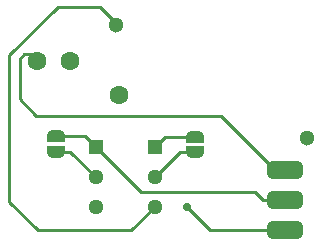
<source format=gbr>
G04 #@! TF.GenerationSoftware,KiCad,Pcbnew,(6.0.6-0)*
G04 #@! TF.CreationDate,2022-09-13T12:01:24-04:00*
G04 #@! TF.ProjectId,DA-15 Board,44412d31-3520-4426-9f61-72642e6b6963,1*
G04 #@! TF.SameCoordinates,Original*
G04 #@! TF.FileFunction,Copper,L1,Top*
G04 #@! TF.FilePolarity,Positive*
%FSLAX46Y46*%
G04 Gerber Fmt 4.6, Leading zero omitted, Abs format (unit mm)*
G04 Created by KiCad (PCBNEW (6.0.6-0)) date 2022-09-13 12:01:24*
%MOMM*%
%LPD*%
G01*
G04 APERTURE LIST*
G04 Aperture macros list*
%AMRoundRect*
0 Rectangle with rounded corners*
0 $1 Rounding radius*
0 $2 $3 $4 $5 $6 $7 $8 $9 X,Y pos of 4 corners*
0 Add a 4 corners polygon primitive as box body*
4,1,4,$2,$3,$4,$5,$6,$7,$8,$9,$2,$3,0*
0 Add four circle primitives for the rounded corners*
1,1,$1+$1,$2,$3*
1,1,$1+$1,$4,$5*
1,1,$1+$1,$6,$7*
1,1,$1+$1,$8,$9*
0 Add four rect primitives between the rounded corners*
20,1,$1+$1,$2,$3,$4,$5,0*
20,1,$1+$1,$4,$5,$6,$7,0*
20,1,$1+$1,$6,$7,$8,$9,0*
20,1,$1+$1,$8,$9,$2,$3,0*%
%AMFreePoly0*
4,1,22,0.500000,-0.750000,0.000000,-0.750000,0.000000,-0.745033,-0.079941,-0.743568,-0.215256,-0.701293,-0.333266,-0.622738,-0.424486,-0.514219,-0.481581,-0.384460,-0.499164,-0.250000,-0.500000,-0.250000,-0.500000,0.250000,-0.499164,0.250000,-0.499963,0.256109,-0.478152,0.396186,-0.417904,0.524511,-0.324060,0.630769,-0.204165,0.706417,-0.067858,0.745374,0.000000,0.744959,0.000000,0.750000,
0.500000,0.750000,0.500000,-0.750000,0.500000,-0.750000,$1*%
%AMFreePoly1*
4,1,20,0.000000,0.744959,0.073905,0.744508,0.209726,0.703889,0.328688,0.626782,0.421226,0.519385,0.479903,0.390333,0.500000,0.250000,0.500000,-0.250000,0.499851,-0.262216,0.476331,-0.402017,0.414519,-0.529596,0.319384,-0.634700,0.198574,-0.708877,0.061801,-0.746166,0.000000,-0.745033,0.000000,-0.750000,-0.500000,-0.750000,-0.500000,0.750000,0.000000,0.750000,0.000000,0.744959,
0.000000,0.744959,$1*%
G04 Aperture macros list end*
G04 #@! TA.AperFunction,SMDPad,CuDef*
%ADD10FreePoly0,270.000000*%
G04 #@! TD*
G04 #@! TA.AperFunction,SMDPad,CuDef*
%ADD11FreePoly1,270.000000*%
G04 #@! TD*
G04 #@! TA.AperFunction,SMDPad,CuDef*
%ADD12RoundRect,0.375000X1.125000X0.375000X-1.125000X0.375000X-1.125000X-0.375000X1.125000X-0.375000X0*%
G04 #@! TD*
G04 #@! TA.AperFunction,ComponentPad*
%ADD13R,1.295400X1.295400*%
G04 #@! TD*
G04 #@! TA.AperFunction,ComponentPad*
%ADD14C,1.295400*%
G04 #@! TD*
G04 #@! TA.AperFunction,ComponentPad*
%ADD15C,1.600000*%
G04 #@! TD*
G04 #@! TA.AperFunction,ComponentPad*
%ADD16C,1.300000*%
G04 #@! TD*
G04 #@! TA.AperFunction,ViaPad*
%ADD17C,0.700000*%
G04 #@! TD*
G04 #@! TA.AperFunction,Conductor*
%ADD18C,0.250000*%
G04 #@! TD*
G04 APERTURE END LIST*
D10*
X143570000Y-103180000D03*
D11*
X143570000Y-104480000D03*
D12*
X151200000Y-106031000D03*
X151200000Y-108571000D03*
X151200000Y-111111000D03*
D13*
X140190000Y-104070000D03*
D14*
X140190000Y-106610000D03*
X140190000Y-109150000D03*
D15*
X132990000Y-96790000D03*
X130220000Y-96790000D03*
X137145000Y-99630000D03*
D16*
X153120000Y-103260000D03*
D13*
X135200000Y-104080000D03*
D14*
X135200000Y-106620000D03*
X135200000Y-109160000D03*
D10*
X131810000Y-103170000D03*
D11*
X131810000Y-104470000D03*
D16*
X136950000Y-93740000D03*
D17*
X142950000Y-109150000D03*
D18*
X140190000Y-109150000D02*
X138215000Y-111125000D01*
X138215000Y-111125000D02*
X130325000Y-111125000D01*
X130325000Y-111125000D02*
X127875000Y-108675000D01*
X127875000Y-108675000D02*
X127875000Y-96295000D01*
X127875000Y-96295000D02*
X131980000Y-92190000D01*
X131980000Y-92190000D02*
X135550000Y-92190000D01*
X135550000Y-92190000D02*
X136920000Y-93560000D01*
X142950000Y-109150000D02*
X144910000Y-111110000D01*
X144910000Y-111110000D02*
X151200000Y-111110000D01*
X128750000Y-100010000D02*
X130165000Y-101425000D01*
X128750000Y-96580000D02*
X128750000Y-100010000D01*
X130130000Y-96700000D02*
X129610000Y-96180000D01*
X129150000Y-96180000D02*
X128750000Y-96580000D01*
X129610000Y-96180000D02*
X129150000Y-96180000D01*
X145815000Y-101425000D02*
X150420000Y-106030000D01*
X150420000Y-106030000D02*
X151200000Y-106030000D01*
X130165000Y-101425000D02*
X145815000Y-101425000D01*
X151200000Y-108571000D02*
X149346000Y-108571000D01*
X139020000Y-107900000D02*
X135200000Y-104080000D01*
X148675000Y-107900000D02*
X139020000Y-107900000D01*
X149346000Y-108571000D02*
X148675000Y-107900000D01*
X135200000Y-104080000D02*
X134290000Y-103170000D01*
X134290000Y-103170000D02*
X131810000Y-103170000D01*
X140190000Y-104070000D02*
X141080000Y-103180000D01*
X141080000Y-103180000D02*
X143570000Y-103180000D01*
X135200000Y-106620000D02*
X133040000Y-104460000D01*
X133040000Y-104460000D02*
X131820000Y-104460000D01*
X140190000Y-106610000D02*
X142320000Y-104480000D01*
X142320000Y-104480000D02*
X143570000Y-104480000D01*
M02*

</source>
